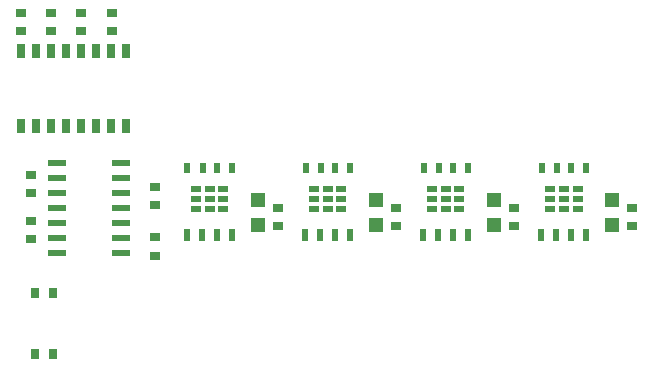
<source format=gbr>
G04 #@! TF.FileFunction,Paste,Top*
%FSLAX46Y46*%
G04 Gerber Fmt 4.6, Leading zero omitted, Abs format (unit mm)*
G04 Created by KiCad (PCBNEW 4.0.6-e0-6349~53~ubuntu14.04.1) date Sat Apr 15 22:34:14 2017*
%MOMM*%
%LPD*%
G01*
G04 APERTURE LIST*
%ADD10C,0.100000*%
%ADD11R,0.900000X0.600000*%
%ADD12R,0.600000X0.900000*%
%ADD13R,0.600000X1.050000*%
%ADD14R,0.787000X0.864000*%
%ADD15R,1.200000X1.200000*%
%ADD16R,0.864000X0.787000*%
%ADD17R,0.800000X1.200000*%
%ADD18R,1.500000X0.600000*%
G04 APERTURE END LIST*
D10*
D11*
X158650000Y-87100000D03*
X158650000Y-87950000D03*
X158650000Y-86250000D03*
X160950000Y-87100000D03*
X160950000Y-87950000D03*
X160950000Y-86250000D03*
X159800000Y-86250000D03*
X159800000Y-87950000D03*
D12*
X157925000Y-84400000D03*
X161675000Y-84400000D03*
X159200000Y-84400000D03*
D13*
X159165000Y-90125000D03*
X157895000Y-90125000D03*
X160435000Y-90125000D03*
X161705000Y-90125000D03*
D12*
X160400000Y-84400000D03*
D11*
X159800000Y-87100000D03*
X148650000Y-87100000D03*
X148650000Y-87950000D03*
X148650000Y-86250000D03*
X150950000Y-87100000D03*
X150950000Y-87950000D03*
X150950000Y-86250000D03*
X149800000Y-86250000D03*
X149800000Y-87950000D03*
D12*
X147925000Y-84400000D03*
X151675000Y-84400000D03*
X149200000Y-84400000D03*
D13*
X149165000Y-90125000D03*
X147895000Y-90125000D03*
X150435000Y-90125000D03*
X151705000Y-90125000D03*
D12*
X150400000Y-84400000D03*
D11*
X149800000Y-87100000D03*
X138650000Y-87100000D03*
X138650000Y-87950000D03*
X138650000Y-86250000D03*
X140950000Y-87100000D03*
X140950000Y-87950000D03*
X140950000Y-86250000D03*
X139800000Y-86250000D03*
X139800000Y-87950000D03*
D12*
X137925000Y-84400000D03*
X141675000Y-84400000D03*
X139200000Y-84400000D03*
D13*
X139165000Y-90125000D03*
X137895000Y-90125000D03*
X140435000Y-90125000D03*
X141705000Y-90125000D03*
D12*
X140400000Y-84400000D03*
D11*
X139800000Y-87100000D03*
X128650000Y-87100000D03*
X128650000Y-87950000D03*
X128650000Y-86250000D03*
X130950000Y-87100000D03*
X130950000Y-87950000D03*
X130950000Y-86250000D03*
X129800000Y-86250000D03*
X129800000Y-87950000D03*
D12*
X127925000Y-84400000D03*
X131675000Y-84400000D03*
X129200000Y-84400000D03*
D13*
X129165000Y-90125000D03*
X127895000Y-90125000D03*
X130435000Y-90125000D03*
X131705000Y-90125000D03*
D12*
X130400000Y-84400000D03*
D11*
X129800000Y-87100000D03*
D14*
X116574500Y-100200000D03*
X115025500Y-100200000D03*
X116574500Y-95000000D03*
X115025500Y-95000000D03*
D15*
X163900000Y-87150000D03*
X163900000Y-89250000D03*
X153900000Y-87150000D03*
X153900000Y-89250000D03*
X143900000Y-87150000D03*
X143900000Y-89250000D03*
X133900000Y-87150000D03*
X133900000Y-89250000D03*
D16*
X113800000Y-72874500D03*
X113800000Y-71325500D03*
X116400000Y-72874500D03*
X116400000Y-71325500D03*
X118900000Y-72874500D03*
X118900000Y-71325500D03*
X121500000Y-72874500D03*
X121500000Y-71325500D03*
X125200000Y-90325500D03*
X125200000Y-91874500D03*
X125200000Y-86025500D03*
X125200000Y-87574500D03*
X114700000Y-85025500D03*
X114700000Y-86574500D03*
X114700000Y-88925500D03*
X114700000Y-90474500D03*
X165600000Y-87825500D03*
X165600000Y-89374500D03*
X155600000Y-87825500D03*
X155600000Y-89374500D03*
X145600000Y-87825500D03*
X145600000Y-89374500D03*
X135600000Y-87825500D03*
X135600000Y-89374500D03*
D17*
X122745000Y-74550000D03*
X121475000Y-74550000D03*
X120205000Y-74550000D03*
X118935000Y-74550000D03*
X117665000Y-74550000D03*
X116395000Y-74550000D03*
X115125000Y-74550000D03*
X113855000Y-74550000D03*
X113855000Y-80850000D03*
X115125000Y-80850000D03*
X116395000Y-80850000D03*
X117665000Y-80850000D03*
X118935000Y-80850000D03*
X120205000Y-80850000D03*
X121475000Y-80850000D03*
X122745000Y-80850000D03*
D18*
X122300000Y-91610000D03*
X122300000Y-90340000D03*
X122300000Y-89070000D03*
X122300000Y-87800000D03*
X122300000Y-86530000D03*
X122300000Y-85260000D03*
X122300000Y-83990000D03*
X116900000Y-83990000D03*
X116900000Y-85260000D03*
X116900000Y-86530000D03*
X116900000Y-87800000D03*
X116900000Y-89070000D03*
X116900000Y-90340000D03*
X116900000Y-91610000D03*
M02*

</source>
